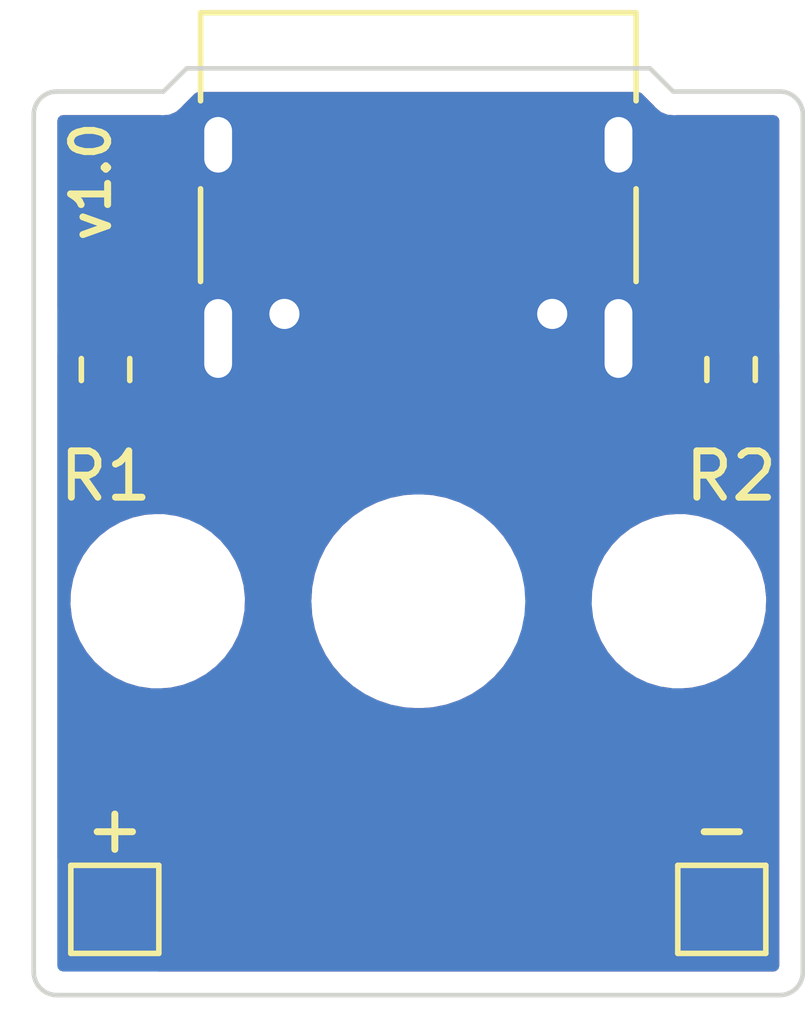
<source format=kicad_pcb>
(kicad_pcb (version 20221018) (generator pcbnew)
  (layers (0 "F.Cu" signal) (31 "B.Cu" signal) (34 "B.Paste" user) (35 "F.Paste" user) (36 "B.SilkS" user "B.Silkscreen") (37 "F.SilkS" user "F.Silkscreen") (38 "B.Mask" user) (39 "F.Mask" user) (44 "Edge.Cuts" user))
  (net 0 "")
  (net 1 "GND")
  (net 2 "Net-(J3-Pin_1)")
  (net 3 "Net-(J1-CC1)")
  (net 7 "Net-(J1-CC2)")
  (footprint "MountingHole:MountingHole_3mm" (layer "F.Cu") (at 105.65 66.5 180)
    (fp_text reference "REF**" hide)
    (fp_text value "M3")
    (pad "" np_thru_hole circle (at 0.025 0 180) (size 3.25 3.25) (drill 3.25) (layers "F&B.Cu" "*.Mask") (clearance 0.254))
  )
  (footprint "MountingHole:MountingHole_3mm" (layer "F.Cu") (at 94.35 66.5 180)
    (fp_text reference "REF**" hide)
    (fp_text value "M3")
    (pad "" np_thru_hole circle (at -0.025 0 180) (size 3.25 3.25) (drill 3.25) (layers "F&B.Cu" "*.Mask") (clearance 0.254))
  )
  (footprint "MountingHole:MountingHole_5.3mm_M5" (layer "F.Cu") (at 99.65 63.35 180)
    (fp_text reference "REF**" hide)
    (fp_text value "M4")
    (pad "" np_thru_hole circle (at -0.35 -3.15 180) (size 4.1 4.1) (drill 4.1) (layers "F&B.Cu" "*.Mask") (clearance 0.254))
  )
  (footprint "TestPoint:TestPoint_Pad_1.5x1.5mm" (layer "F.Cu") (at 106.55 73.15 180)
    (fp_text reference "J2" hide)
    (fp_text value "-" (at 0 1.75) (layer "F.SilkS"))
    (fp_line (start -0.95 -0.95) (end 0.95 -0.95) (stroke (width 0.12)) (layer "F.SilkS"))
    (fp_line (start -0.95 0.95) (end -0.95 -0.95) (stroke (width 0.12)) (layer "F.SilkS"))
    (fp_line (start 0.95 -0.95) (end 0.95 0.95) (stroke (width 0.12)) (layer "F.SilkS"))
    (fp_line (start 0.95 0.95) (end -0.95 0.95) (stroke (width 0.12)) (layer "F.SilkS"))
    (pad "1" smd rect (at 0 0 180) (size 1.5 1.5) (layers "F.Cu" "F.Mask") (net 1 "GND"))
  )
  (footprint "Connector_USB:USB_C_Receptacle_HRO_TYPE-C-31-M-12" (layer "F.Cu") (at 100 57.7 180)
    (fp_text reference "J1" hide)
    (fp_text value "USB_C_Receptacle" hide)
    (fp_line (start -4.7 -1.9) (end -4.7 0.1) (stroke (width 0.12)) (layer "F.SilkS"))
    (fp_line (start -4.7 2) (end -4.7 3.9) (stroke (width 0.12)) (layer "F.SilkS"))
    (fp_line (start -4.7 3.9) (end 4.7 3.9) (stroke (width 0.12)) (layer "F.SilkS"))
    (fp_line (start 4.7 -1.9) (end 4.7 0.1) (stroke (width 0.12)) (layer "F.SilkS"))
    (fp_line (start 4.7 2) (end 4.7 3.9) (stroke (width 0.12)) (layer "F.SilkS"))
    (pad "" np_thru_hole circle (at -2.89 -2.6 180) (size 0.65 0.65) (drill 0.65) (layers "*.Cu" "*.Mask"))
    (pad "" np_thru_hole circle (at 2.89 -2.6 180) (size 0.65 0.65) (drill 0.65) (layers "*.Cu" "*.Mask"))
    (pad "A1" smd rect (at -3.25 -4.045 180) (size 0.6 1.45) (layers "F.Cu" "F.Paste" "F.Mask") (net 1 "GND"))
    (pad "A4" smd rect (at -2.45 -4.045 180) (size 0.6 1.45) (layers "F.Cu" "F.Paste" "F.Mask") (net 2 "Net-(J3-Pin_1)"))
    (pad "A5" smd rect (at -1.25 -4.045 180) (size 0.3 1.45) (layers "F.Cu" "F.Paste" "F.Mask") (net 3 "Net-(J1-CC1)"))
    (pad "A6" smd rect (at -0.25 -4.045 180) (size 0.3 1.45) (layers "F.Cu" "F.Paste" "F.Mask"))
    (pad "A7" smd rect (at 0.25 -4.045 180) (size 0.3 1.45) (layers "F.Cu" "F.Paste" "F.Mask"))
    (pad "A8" smd rect (at 1.25 -4.045 180) (size 0.3 1.45) (layers "F.Cu" "F.Paste" "F.Mask"))
    (pad "A9" smd rect (at 2.45 -4.045 180) (size 0.6 1.45) (layers "F.Cu" "F.Paste" "F.Mask") (net 2 "Net-(J3-Pin_1)"))
    (pad "A12" smd rect (at 3.25 -4.045 180) (size 0.6 1.45) (layers "F.Cu" "F.Paste" "F.Mask") (net 1 "GND"))
    (pad "B1" smd rect (at 3.25 -4.045 180) (size 0.6 1.45) (layers "F.Cu" "F.Paste" "F.Mask") (net 1 "GND"))
    (pad "B4" smd rect (at 2.45 -4.045 180) (size 0.6 1.45) (layers "F.Cu" "F.Paste" "F.Mask") (net 2 "Net-(J3-Pin_1)"))
    (pad "B5" smd rect (at 1.75 -4.045 180) (size 0.3 1.45) (layers "F.Cu" "F.Paste" "F.Mask") (net 7 "Net-(J1-CC2)"))
    (pad "B6" smd rect (at 0.75 -4.045 180) (size 0.3 1.45) (layers "F.Cu" "F.Paste" "F.Mask"))
    (pad "B7" smd rect (at -0.75 -4.045 180) (size 0.3 1.45) (layers "F.Cu" "F.Paste" "F.Mask"))
    (pad "B8" smd rect (at -1.75 -4.045 180) (size 0.3 1.45) (layers "F.Cu" "F.Paste" "F.Mask"))
    (pad "B9" smd rect (at -2.45 -4.045 180) (size 0.6 1.45) (layers "F.Cu" "F.Paste" "F.Mask") (net 2 "Net-(J3-Pin_1)"))
    (pad "B12" smd rect (at -3.25 -4.045 180) (size 0.6 1.45) (layers "F.Cu" "F.Paste" "F.Mask") (net 1 "GND"))
    (pad "S1" thru_hole oval (at -4.32 -3.13 180) (size 1 2.1) (drill oval 0.6 1.7) (layers "*.Cu" "*.Mask") (net 1 "GND"))
    (pad "S1" thru_hole oval (at -4.32 1.05 180) (size 1 1.6) (drill oval 0.6 1.2) (layers "*.Cu" "*.Mask") (net 1 "GND"))
    (pad "S1" thru_hole oval (at 4.32 -3.13 180) (size 1 2.1) (drill oval 0.6 1.7) (layers "*.Cu" "*.Mask") (net 1 "GND"))
    (pad "S1" thru_hole oval (at 4.32 1.05 180) (size 1 1.6) (drill oval 0.6 1.2) (layers "*.Cu" "*.Mask") (net 1 "GND"))
  )
  (footprint "Resistor_SMD:R_0603_1608Metric" (layer "F.Cu") (at 93.25 61.5 -90)
    (fp_text reference "R1" (at 2.3 0) (layer "F.SilkS"))
    (fp_text value "5.1k")
    (fp_line (start -0.237258 -0.5225) (end 0.237258 -0.5225) (stroke (width 0.12)) (layer "F.SilkS"))
    (fp_line (start -0.237258 0.5225) (end 0.237258 0.5225) (stroke (width 0.12)) (layer "F.SilkS"))
    (pad "1" smd roundrect (at -0.825 0 270) (size 0.8 0.95) (layers "F.Cu" "F.Paste" "F.Mask") (net 3 "Net-(J1-CC1)"))
    (pad "2" smd roundrect (at 0.825 0 270) (size 0.8 0.95) (layers "F.Cu" "F.Paste" "F.Mask") (net 1 "GND"))
  )
  (footprint "TestPoint:TestPoint_Pad_1.5x1.5mm" (layer "F.Cu") (at 93.45 73.15 180)
    (fp_text reference "J3" hide)
    (fp_text value "+" (at 0 1.75) (layer "F.SilkS"))
    (fp_line (start -0.95 -0.95) (end 0.95 -0.95) (stroke (width 0.12)) (layer "F.SilkS"))
    (fp_line (start -0.95 0.95) (end -0.95 -0.95) (stroke (width 0.12)) (layer "F.SilkS"))
    (fp_line (start 0.95 -0.95) (end 0.95 0.95) (stroke (width 0.12)) (layer "F.SilkS"))
    (fp_line (start 0.95 0.95) (end -0.95 0.95) (stroke (width 0.12)) (layer "F.SilkS"))
    (pad "1" smd rect (at 0 0 180) (size 1.5 1.5) (layers "F.Cu" "F.Mask") (net 2 "Net-(J3-Pin_1)"))
  )
  (footprint "Resistor_SMD:R_0603_1608Metric" (layer "F.Cu") (at 106.75 61.5 -90)
    (fp_text reference "R2" (at 2.3 0) (layer "F.SilkS"))
    (fp_text value "5.1k")
    (fp_line (start -0.237258 -0.5225) (end 0.237258 -0.5225) (stroke (width 0.12)) (layer "F.SilkS"))
    (fp_line (start -0.237258 0.5225) (end 0.237258 0.5225) (stroke (width 0.12)) (layer "F.SilkS"))
    (pad "1" smd roundrect (at -0.825 0 270) (size 0.8 0.95) (layers "F.Cu" "F.Paste" "F.Mask") (net 7 "Net-(J1-CC2)"))
    (pad "2" smd roundrect (at 0.825 0 270) (size 0.8 0.95) (layers "F.Cu" "F.Paste" "F.Mask") (net 1 "GND"))
  )
  (footprint "LOGO" (layer "B.Cu") (at 106.3 73.15 180)
    (fp_text reference "G***" hide)
    (fp_text value "LOGO" hide)
  )
  (gr_arc (start 108.3 74.5) (mid 108.153553 74.853553) (end 107.8 75) (stroke (width 0.1)) (layer "Edge.Cuts"))
  (gr_line (start 91.7 56) (end 91.7 74.5) (stroke (width 0.1)) (layer "Edge.Cuts"))
  (gr_line (start 105 55) (end 95 55) (stroke (width 0.1)) (layer "Edge.Cuts"))
  (gr_arc (start 92.2 75) (mid 91.846447 74.853553) (end 91.7 74.5) (stroke (width 0.1)) (layer "Edge.Cuts"))
  (gr_line (start 105.5 55.5) (end 107.8 55.5) (stroke (width 0.1)) (layer "Edge.Cuts"))
  (gr_arc (start 91.7 56) (mid 91.846447 55.646447) (end 92.2 55.5) (stroke (width 0.1)) (layer "Edge.Cuts"))
  (gr_line (start 108.3 74.5) (end 108.3 56) (stroke (width 0.1)) (layer "Edge.Cuts"))
  (gr_line (start 107.8 75) (end 92.2 75) (stroke (width 0.1)) (layer "Edge.Cuts"))
  (gr_line (start 105.5 55.5) (end 105 55) (stroke (width 0.1)) (layer "Edge.Cuts"))
  (gr_line (start 94.5 55.5) (end 92.2 55.5) (stroke (width 0.1)) (layer "Edge.Cuts"))
  (gr_arc (start 107.8 55.5) (mid 108.153553 55.646447) (end 108.3 56) (stroke (width 0.1)) (layer "Edge.Cuts"))
  (gr_line (start 94.5 55.5) (end 95 55) (stroke (width 0.1)) (layer "Edge.Cuts"))
  (gr_text "v1.0" (at 93.4 58.8 90) (layer "F.SilkS") (effects (font (size 0.8 0.8) (thickness 0.15) bold) (justify left bottom)))
  (segment (start 101.25 61.745) (end 101.25 60.72) (width 0.25) (layer "F.Cu") (net 0))
  (segment (start 98.25 61.745) (end 98.25 60.520761) (width 0.25) (layer "F.Cu") (net 0))
  (segment (start 97.029239 59.3) (end 94.875 59.3) (width 0.25) (layer "F.Cu") (net 0))
  (segment (start 105.125 59.3) (end 106.5 60.675) (width 0.25) (layer "F.Cu") (net 0))
  (segment (start 101.25 60.72) (end 102.67 59.3) (width 0.25) (layer "F.Cu") (net 0))
  (segment (start 102.67 59.3) (end 105.125 59.3) (width 0.25) (layer "F.Cu") (net 0))
  (segment (start 98.25 60.520761) (end 97.029239 59.3) (width 0.25) (layer "F.Cu") (net 0))
  (segment (start 94.875 59.3) (end 93.5 60.675) (width 0.25) (layer "F.Cu") (net 0))
  (segment (start 97.55 62.82) (end 97.65 62.92) (width 0.5) (layer "F.Cu") (net 2))
  (segment (start 102.95 63.52) (end 102.95 71.2178) (width 0.5) (layer "F.Cu") (net 2))
  (segment (start 102.35 62.92) (end 102.95 63.52) (width 0.5) (layer "F.Cu") (net 2))
  (segment (start 93.5 73.5) (end 93.45 73.55) (width 0.5) (layer "F.Cu") (net 2))
  (segment (start 102.45 62.82) (end 102.45 61.745) (width 0.5) (layer "F.Cu") (net 2))
  (segment (start 101.0678 73.1) (end 93.9 73.1) (width 0.5) (layer "F.Cu") (net 2))
  (segment (start 93.7 73.3) (end 93.65 73.35) (width 0.5) (layer "F.Cu") (net 2))
  (segment (start 102.95 71.2178) (end 101.0678 73.1) (width 0.5) (layer "F.Cu") (net 2))
  (segment (start 97.55 61.745) (end 97.55 62.82) (width 0.5) (layer "F.Cu") (net 2))
  (segment (start 102.35 62.92) (end 102.45 62.82) (width 0.5) (layer "F.Cu") (net 2))
  (segment (start 97.65 62.92) (end 102.35 62.92) (width 0.5) (layer "F.Cu") (net 2))
  (segment (start 93.9 73.1) (end 93.85 73.15) (width 0.5) (layer "F.Cu") (net 2))
  (zone (net 1) (net_name "GND") (layer "F.Cu") (connect_pads yes (clearance 0.381)) (min_thickness 0.25) (fill yes (thermal_gap 0.5) (thermal_bridge_width 0.5) (island_removal_mode 2) (island_area_min 10))
    (polygon (pts (xy 91.6 55.5) (xy 94.4 55.5) (xy 94.9 55) (xy 104.9 55) (xy 105.4 55.5) (xy 108.2 55.5) (xy 108.3 75) (xy 91.6 75) (xy 91.6 57.7)))
  )
  (zone (net 1) (net_name "GND") (layer "B.Cu") (priority 1) (connect_pads yes (clearance 0.381)) (min_thickness 0.25) (fill yes (thermal_gap 0.5) (thermal_bridge_width 0.5) (island_removal_mode 2) (island_area_min 10))
    (polygon (pts (xy 91.6 55.5) (xy 94.5 55.5) (xy 95 55) (xy 105 55) (xy 105.5 55.5) (xy 108.3 55.5) (xy 108.3 75) (xy 91.7 75) (xy 91.6 57.5)))
  )
)
</source>
